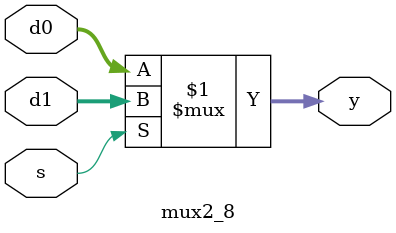
<source format=sv>
`timescale 1ns / 1ps

module mux2_8(
    input logic [7:0] d0, d1,
    input logic s,
    output logic [7:0] y
    );
        assign y = s ? d1: d0;
    
endmodule

</source>
